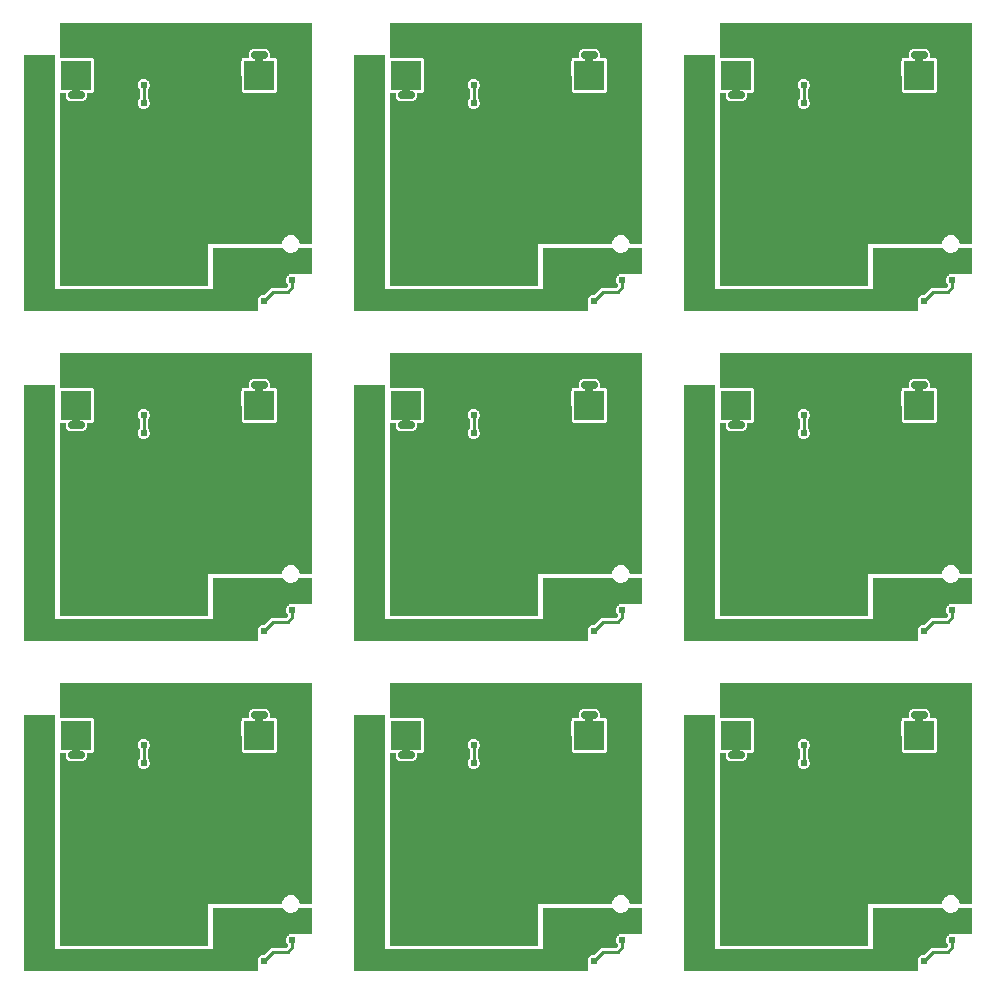
<source format=gbr>
G04 start of page 3 for group 1 idx 1 *
G04 Title: (unknown), bottom *
G04 Creator: pcb 4.0.2 *
G04 CreationDate: Sun May 15 03:11:05 2022 UTC *
G04 For: railfan *
G04 Format: Gerber/RS-274X *
G04 PCB-Dimensions (mil): 4000.00 4000.00 *
G04 PCB-Coordinate-Origin: lower left *
%MOIN*%
%FSLAX25Y25*%
%LNBOTTOM*%
%ADD27C,0.0390*%
%ADD26C,0.0120*%
%ADD25C,0.0310*%
%ADD24C,0.0240*%
%ADD23C,0.0250*%
%ADD22C,0.0100*%
%ADD21C,0.0001*%
G54D21*G36*
X120512Y358000D02*X138000D01*
Y284500D01*
X133950D01*
X133923Y284963D01*
X133814Y285414D01*
X133637Y285843D01*
X133394Y286239D01*
X133092Y286592D01*
X132739Y286894D01*
X132343Y287137D01*
X131914Y287314D01*
X131463Y287423D01*
X131000Y287459D01*
X130537Y287423D01*
X130086Y287314D01*
X129657Y287137D01*
X129261Y286894D01*
X128908Y286592D01*
X128606Y286239D01*
X128363Y285843D01*
X128186Y285414D01*
X128077Y284963D01*
X128041Y284500D01*
X120512D01*
Y334752D01*
X125590Y334757D01*
X125743Y334794D01*
X125889Y334854D01*
X126023Y334936D01*
X126143Y335039D01*
X126245Y335158D01*
X126327Y335292D01*
X126387Y335438D01*
X126424Y335591D01*
X126433Y335748D01*
X126424Y345748D01*
X126387Y345901D01*
X126327Y346046D01*
X126245Y346180D01*
X126143Y346300D01*
X126023Y346402D01*
X125889Y346485D01*
X125743Y346545D01*
X125590Y346582D01*
X125433Y346591D01*
X123842Y346589D01*
X123956Y346865D01*
X124031Y347178D01*
X124056Y347500D01*
X124031Y347822D01*
X123956Y348135D01*
X123832Y348434D01*
X123664Y348709D01*
X123454Y348954D01*
X123209Y349164D01*
X122934Y349332D01*
X122635Y349456D01*
X122322Y349531D01*
X122000Y349550D01*
X120580D01*
X120512Y349555D01*
Y358000D01*
G37*
G36*
X81997D02*X120512D01*
Y349555D01*
X120500Y349556D01*
X120420Y349550D01*
X119000D01*
X118678Y349531D01*
X118365Y349456D01*
X118066Y349332D01*
X117791Y349164D01*
X117546Y348954D01*
X117336Y348709D01*
X117168Y348434D01*
X117044Y348135D01*
X116969Y347822D01*
X116944Y347500D01*
X116969Y347178D01*
X117044Y346865D01*
X117161Y346583D01*
X115433Y346582D01*
X115280Y346545D01*
X115135Y346485D01*
X115001Y346402D01*
X114881Y346300D01*
X114779Y346180D01*
X114697Y346046D01*
X114636Y345901D01*
X114600Y345748D01*
X114590Y345591D01*
X114600Y335591D01*
X114636Y335438D01*
X114697Y335292D01*
X114779Y335158D01*
X114881Y335039D01*
X115001Y334936D01*
X115135Y334854D01*
X115280Y334794D01*
X115433Y334757D01*
X115590Y334748D01*
X120512Y334752D01*
Y284500D01*
X103500D01*
Y270500D01*
X81997D01*
Y329494D01*
X82000Y329494D01*
X82314Y329519D01*
X82620Y329592D01*
X82911Y329712D01*
X83179Y329877D01*
X83419Y330081D01*
X83623Y330321D01*
X83788Y330589D01*
X83908Y330880D01*
X83981Y331186D01*
X84000Y331500D01*
X83981Y331814D01*
X83908Y332120D01*
X83788Y332411D01*
X83623Y332679D01*
X83419Y332919D01*
X83300Y333020D01*
Y335980D01*
X83419Y336081D01*
X83623Y336321D01*
X83788Y336589D01*
X83908Y336880D01*
X83981Y337186D01*
X84000Y337500D01*
X83981Y337814D01*
X83908Y338120D01*
X83788Y338411D01*
X83623Y338679D01*
X83419Y338919D01*
X83179Y339123D01*
X82911Y339288D01*
X82620Y339408D01*
X82314Y339481D01*
X82000Y339506D01*
X81997Y339506D01*
Y358000D01*
G37*
G36*
X54000D02*X81997D01*
Y339506D01*
X81686Y339481D01*
X81380Y339408D01*
X81089Y339288D01*
X80821Y339123D01*
X80581Y338919D01*
X80377Y338679D01*
X80212Y338411D01*
X80092Y338120D01*
X80019Y337814D01*
X79994Y337500D01*
X80019Y337186D01*
X80092Y336880D01*
X80212Y336589D01*
X80377Y336321D01*
X80581Y336081D01*
X80700Y335980D01*
Y333020D01*
X80581Y332919D01*
X80377Y332679D01*
X80212Y332411D01*
X80092Y332120D01*
X80019Y331814D01*
X79994Y331500D01*
X80019Y331186D01*
X80092Y330880D01*
X80212Y330589D01*
X80377Y330321D01*
X80581Y330081D01*
X80821Y329877D01*
X81089Y329712D01*
X81380Y329592D01*
X81686Y329519D01*
X81997Y329494D01*
Y270500D01*
X54000D01*
Y334922D01*
X54111Y334854D01*
X54257Y334794D01*
X54410Y334757D01*
X54567Y334748D01*
X56091Y334749D01*
X56044Y334635D01*
X55969Y334322D01*
X55944Y334000D01*
X55969Y333678D01*
X56044Y333365D01*
X56168Y333066D01*
X56336Y332791D01*
X56546Y332546D01*
X56791Y332336D01*
X57066Y332168D01*
X57365Y332044D01*
X57678Y331969D01*
X58000Y331950D01*
X59420D01*
X59500Y331944D01*
X59580Y331950D01*
X61000D01*
X61322Y331969D01*
X61635Y332044D01*
X61934Y332168D01*
X62209Y332336D01*
X62454Y332546D01*
X62664Y332791D01*
X62832Y333066D01*
X62956Y333365D01*
X63031Y333678D01*
X63056Y334000D01*
X63031Y334322D01*
X62956Y334635D01*
X62906Y334756D01*
X64567Y334757D01*
X64720Y334794D01*
X64865Y334854D01*
X64999Y334936D01*
X65119Y335039D01*
X65221Y335158D01*
X65303Y335292D01*
X65364Y335438D01*
X65400Y335591D01*
X65410Y335748D01*
X65400Y345748D01*
X65364Y345901D01*
X65303Y346046D01*
X65221Y346180D01*
X65119Y346300D01*
X64999Y346402D01*
X64865Y346485D01*
X64720Y346545D01*
X64567Y346582D01*
X64410Y346591D01*
X54410Y346582D01*
X54257Y346545D01*
X54111Y346485D01*
X54000Y346416D01*
Y358000D01*
G37*
G36*
X42000Y262000D02*Y347500D01*
X52500D01*
Y262000D01*
X42000D01*
G37*
G36*
Y269500D02*X124169D01*
X124078Y269422D01*
X124045Y269383D01*
X122155Y267494D01*
X122000Y267506D01*
X121686Y267481D01*
X121380Y267408D01*
X121089Y267288D01*
X120821Y267123D01*
X120581Y266919D01*
X120377Y266679D01*
X120212Y266411D01*
X120092Y266120D01*
X120019Y265814D01*
X119994Y265500D01*
X120000Y265422D01*
Y262000D01*
X42000D01*
Y269500D01*
G37*
G36*
X138000Y283000D02*Y274500D01*
X131578D01*
X131500Y274506D01*
X131422Y274500D01*
X105000D01*
Y283000D01*
X128459D01*
X128606Y282761D01*
X128908Y282408D01*
X129261Y282106D01*
X129657Y281863D01*
X130086Y281686D01*
X130537Y281577D01*
X131000Y281541D01*
X131463Y281577D01*
X131914Y281686D01*
X132343Y281863D01*
X132739Y282106D01*
X133092Y282408D01*
X133394Y282761D01*
X133541Y283000D01*
X138000D01*
G37*
G36*
X131500Y275500D02*Y274506D01*
X131186Y274481D01*
X130880Y274408D01*
X130589Y274288D01*
X130321Y274123D01*
X130081Y273919D01*
X129877Y273679D01*
X129712Y273411D01*
X129592Y273120D01*
X129519Y272814D01*
X129494Y272500D01*
X129519Y272186D01*
X129592Y271880D01*
X129712Y271589D01*
X129877Y271321D01*
X130081Y271081D01*
X130200Y270980D01*
Y270538D01*
X129462Y269800D01*
X125051D01*
X125000Y269804D01*
X124796Y269788D01*
X124597Y269740D01*
X124408Y269662D01*
X124234Y269555D01*
X124233Y269555D01*
X124078Y269422D01*
X124045Y269383D01*
X122162Y267500D01*
X122078D01*
X122000Y267506D01*
X121922Y267500D01*
X105000D01*
Y275500D01*
X131500D01*
G37*
G36*
X120512Y248000D02*X138000D01*
Y174500D01*
X133950D01*
X133923Y174963D01*
X133814Y175414D01*
X133637Y175843D01*
X133394Y176239D01*
X133092Y176592D01*
X132739Y176894D01*
X132343Y177137D01*
X131914Y177314D01*
X131463Y177423D01*
X131000Y177459D01*
X130537Y177423D01*
X130086Y177314D01*
X129657Y177137D01*
X129261Y176894D01*
X128908Y176592D01*
X128606Y176239D01*
X128363Y175843D01*
X128186Y175414D01*
X128077Y174963D01*
X128041Y174500D01*
X120512D01*
Y224752D01*
X125590Y224757D01*
X125743Y224794D01*
X125889Y224854D01*
X126023Y224936D01*
X126143Y225039D01*
X126245Y225158D01*
X126327Y225292D01*
X126387Y225438D01*
X126424Y225591D01*
X126433Y225748D01*
X126424Y235748D01*
X126387Y235901D01*
X126327Y236046D01*
X126245Y236180D01*
X126143Y236300D01*
X126023Y236402D01*
X125889Y236485D01*
X125743Y236545D01*
X125590Y236582D01*
X125433Y236591D01*
X123842Y236589D01*
X123956Y236865D01*
X124031Y237178D01*
X124056Y237500D01*
X124031Y237822D01*
X123956Y238135D01*
X123832Y238434D01*
X123664Y238709D01*
X123454Y238954D01*
X123209Y239164D01*
X122934Y239332D01*
X122635Y239456D01*
X122322Y239531D01*
X122000Y239550D01*
X120580D01*
X120512Y239555D01*
Y248000D01*
G37*
G36*
X81997D02*X120512D01*
Y239555D01*
X120500Y239556D01*
X120420Y239550D01*
X119000D01*
X118678Y239531D01*
X118365Y239456D01*
X118066Y239332D01*
X117791Y239164D01*
X117546Y238954D01*
X117336Y238709D01*
X117168Y238434D01*
X117044Y238135D01*
X116969Y237822D01*
X116944Y237500D01*
X116969Y237178D01*
X117044Y236865D01*
X117161Y236583D01*
X115433Y236582D01*
X115280Y236545D01*
X115135Y236485D01*
X115001Y236402D01*
X114881Y236300D01*
X114779Y236180D01*
X114697Y236046D01*
X114636Y235901D01*
X114600Y235748D01*
X114590Y235591D01*
X114600Y225591D01*
X114636Y225438D01*
X114697Y225292D01*
X114779Y225158D01*
X114881Y225039D01*
X115001Y224936D01*
X115135Y224854D01*
X115280Y224794D01*
X115433Y224757D01*
X115590Y224748D01*
X120512Y224752D01*
Y174500D01*
X103500D01*
Y160500D01*
X81997D01*
Y219494D01*
X82000Y219494D01*
X82314Y219519D01*
X82620Y219592D01*
X82911Y219712D01*
X83179Y219877D01*
X83419Y220081D01*
X83623Y220321D01*
X83788Y220589D01*
X83908Y220880D01*
X83981Y221186D01*
X84000Y221500D01*
X83981Y221814D01*
X83908Y222120D01*
X83788Y222411D01*
X83623Y222679D01*
X83419Y222919D01*
X83300Y223020D01*
Y225980D01*
X83419Y226081D01*
X83623Y226321D01*
X83788Y226589D01*
X83908Y226880D01*
X83981Y227186D01*
X84000Y227500D01*
X83981Y227814D01*
X83908Y228120D01*
X83788Y228411D01*
X83623Y228679D01*
X83419Y228919D01*
X83179Y229123D01*
X82911Y229288D01*
X82620Y229408D01*
X82314Y229481D01*
X82000Y229506D01*
X81997Y229506D01*
Y248000D01*
G37*
G36*
X54000D02*X81997D01*
Y229506D01*
X81686Y229481D01*
X81380Y229408D01*
X81089Y229288D01*
X80821Y229123D01*
X80581Y228919D01*
X80377Y228679D01*
X80212Y228411D01*
X80092Y228120D01*
X80019Y227814D01*
X79994Y227500D01*
X80019Y227186D01*
X80092Y226880D01*
X80212Y226589D01*
X80377Y226321D01*
X80581Y226081D01*
X80700Y225980D01*
Y223020D01*
X80581Y222919D01*
X80377Y222679D01*
X80212Y222411D01*
X80092Y222120D01*
X80019Y221814D01*
X79994Y221500D01*
X80019Y221186D01*
X80092Y220880D01*
X80212Y220589D01*
X80377Y220321D01*
X80581Y220081D01*
X80821Y219877D01*
X81089Y219712D01*
X81380Y219592D01*
X81686Y219519D01*
X81997Y219494D01*
Y160500D01*
X54000D01*
Y224922D01*
X54111Y224854D01*
X54257Y224794D01*
X54410Y224757D01*
X54567Y224748D01*
X56091Y224749D01*
X56044Y224635D01*
X55969Y224322D01*
X55944Y224000D01*
X55969Y223678D01*
X56044Y223365D01*
X56168Y223066D01*
X56336Y222791D01*
X56546Y222546D01*
X56791Y222336D01*
X57066Y222168D01*
X57365Y222044D01*
X57678Y221969D01*
X58000Y221950D01*
X59420D01*
X59500Y221944D01*
X59580Y221950D01*
X61000D01*
X61322Y221969D01*
X61635Y222044D01*
X61934Y222168D01*
X62209Y222336D01*
X62454Y222546D01*
X62664Y222791D01*
X62832Y223066D01*
X62956Y223365D01*
X63031Y223678D01*
X63056Y224000D01*
X63031Y224322D01*
X62956Y224635D01*
X62906Y224756D01*
X64567Y224757D01*
X64720Y224794D01*
X64865Y224854D01*
X64999Y224936D01*
X65119Y225039D01*
X65221Y225158D01*
X65303Y225292D01*
X65364Y225438D01*
X65400Y225591D01*
X65410Y225748D01*
X65400Y235748D01*
X65364Y235901D01*
X65303Y236046D01*
X65221Y236180D01*
X65119Y236300D01*
X64999Y236402D01*
X64865Y236485D01*
X64720Y236545D01*
X64567Y236582D01*
X64410Y236591D01*
X54410Y236582D01*
X54257Y236545D01*
X54111Y236485D01*
X54000Y236416D01*
Y248000D01*
G37*
G36*
X42000Y152000D02*Y237500D01*
X52500D01*
Y152000D01*
X42000D01*
G37*
G36*
X131500Y165500D02*Y164506D01*
X131186Y164481D01*
X130880Y164408D01*
X130589Y164288D01*
X130321Y164123D01*
X130081Y163919D01*
X129877Y163679D01*
X129712Y163411D01*
X129592Y163120D01*
X129519Y162814D01*
X129494Y162500D01*
X129519Y162186D01*
X129592Y161880D01*
X129712Y161589D01*
X129877Y161321D01*
X130081Y161081D01*
X130200Y160980D01*
Y160538D01*
X129462Y159800D01*
X125051D01*
X125000Y159804D01*
X124796Y159788D01*
X124597Y159740D01*
X124408Y159662D01*
X124234Y159555D01*
X124233Y159555D01*
X124078Y159422D01*
X124045Y159383D01*
X122162Y157500D01*
X122078D01*
X122000Y157506D01*
X121922Y157500D01*
X105000D01*
Y165500D01*
X131500D01*
G37*
G36*
X42000Y159500D02*X124169D01*
X124078Y159422D01*
X124045Y159383D01*
X122155Y157494D01*
X122000Y157506D01*
X121686Y157481D01*
X121380Y157408D01*
X121089Y157288D01*
X120821Y157123D01*
X120581Y156919D01*
X120377Y156679D01*
X120212Y156411D01*
X120092Y156120D01*
X120019Y155814D01*
X119994Y155500D01*
X120000Y155422D01*
Y152000D01*
X42000D01*
Y159500D01*
G37*
G36*
X138000Y173000D02*Y164500D01*
X131578D01*
X131500Y164506D01*
X131422Y164500D01*
X105000D01*
Y173000D01*
X128459D01*
X128606Y172761D01*
X128908Y172408D01*
X129261Y172106D01*
X129657Y171863D01*
X130086Y171686D01*
X130537Y171577D01*
X131000Y171541D01*
X131463Y171577D01*
X131914Y171686D01*
X132343Y171863D01*
X132739Y172106D01*
X133092Y172408D01*
X133394Y172761D01*
X133541Y173000D01*
X138000D01*
G37*
G36*
X120512Y138000D02*X138000D01*
Y64500D01*
X133950D01*
X133923Y64963D01*
X133814Y65414D01*
X133637Y65843D01*
X133394Y66239D01*
X133092Y66592D01*
X132739Y66894D01*
X132343Y67137D01*
X131914Y67314D01*
X131463Y67423D01*
X131000Y67459D01*
X130537Y67423D01*
X130086Y67314D01*
X129657Y67137D01*
X129261Y66894D01*
X128908Y66592D01*
X128606Y66239D01*
X128363Y65843D01*
X128186Y65414D01*
X128077Y64963D01*
X128041Y64500D01*
X120512D01*
Y114752D01*
X125590Y114757D01*
X125743Y114794D01*
X125889Y114854D01*
X126023Y114936D01*
X126143Y115039D01*
X126245Y115158D01*
X126327Y115292D01*
X126387Y115438D01*
X126424Y115591D01*
X126433Y115748D01*
X126424Y125748D01*
X126387Y125901D01*
X126327Y126046D01*
X126245Y126180D01*
X126143Y126300D01*
X126023Y126402D01*
X125889Y126485D01*
X125743Y126545D01*
X125590Y126582D01*
X125433Y126591D01*
X123842Y126589D01*
X123956Y126865D01*
X124031Y127178D01*
X124056Y127500D01*
X124031Y127822D01*
X123956Y128135D01*
X123832Y128434D01*
X123664Y128709D01*
X123454Y128954D01*
X123209Y129164D01*
X122934Y129332D01*
X122635Y129456D01*
X122322Y129531D01*
X122000Y129550D01*
X120580D01*
X120512Y129555D01*
Y138000D01*
G37*
G36*
X81997D02*X120512D01*
Y129555D01*
X120500Y129556D01*
X120420Y129550D01*
X119000D01*
X118678Y129531D01*
X118365Y129456D01*
X118066Y129332D01*
X117791Y129164D01*
X117546Y128954D01*
X117336Y128709D01*
X117168Y128434D01*
X117044Y128135D01*
X116969Y127822D01*
X116944Y127500D01*
X116969Y127178D01*
X117044Y126865D01*
X117161Y126583D01*
X115433Y126582D01*
X115280Y126545D01*
X115135Y126485D01*
X115001Y126402D01*
X114881Y126300D01*
X114779Y126180D01*
X114697Y126046D01*
X114636Y125901D01*
X114600Y125748D01*
X114590Y125591D01*
X114600Y115591D01*
X114636Y115438D01*
X114697Y115292D01*
X114779Y115158D01*
X114881Y115039D01*
X115001Y114936D01*
X115135Y114854D01*
X115280Y114794D01*
X115433Y114757D01*
X115590Y114748D01*
X120512Y114752D01*
Y64500D01*
X103500D01*
Y50500D01*
X81997D01*
Y109494D01*
X82000Y109494D01*
X82314Y109519D01*
X82620Y109592D01*
X82911Y109712D01*
X83179Y109877D01*
X83419Y110081D01*
X83623Y110321D01*
X83788Y110589D01*
X83908Y110880D01*
X83981Y111186D01*
X84000Y111500D01*
X83981Y111814D01*
X83908Y112120D01*
X83788Y112411D01*
X83623Y112679D01*
X83419Y112919D01*
X83300Y113020D01*
Y115980D01*
X83419Y116081D01*
X83623Y116321D01*
X83788Y116589D01*
X83908Y116880D01*
X83981Y117186D01*
X84000Y117500D01*
X83981Y117814D01*
X83908Y118120D01*
X83788Y118411D01*
X83623Y118679D01*
X83419Y118919D01*
X83179Y119123D01*
X82911Y119288D01*
X82620Y119408D01*
X82314Y119481D01*
X82000Y119506D01*
X81997Y119506D01*
Y138000D01*
G37*
G36*
X54000D02*X81997D01*
Y119506D01*
X81686Y119481D01*
X81380Y119408D01*
X81089Y119288D01*
X80821Y119123D01*
X80581Y118919D01*
X80377Y118679D01*
X80212Y118411D01*
X80092Y118120D01*
X80019Y117814D01*
X79994Y117500D01*
X80019Y117186D01*
X80092Y116880D01*
X80212Y116589D01*
X80377Y116321D01*
X80581Y116081D01*
X80700Y115980D01*
Y113020D01*
X80581Y112919D01*
X80377Y112679D01*
X80212Y112411D01*
X80092Y112120D01*
X80019Y111814D01*
X79994Y111500D01*
X80019Y111186D01*
X80092Y110880D01*
X80212Y110589D01*
X80377Y110321D01*
X80581Y110081D01*
X80821Y109877D01*
X81089Y109712D01*
X81380Y109592D01*
X81686Y109519D01*
X81997Y109494D01*
Y50500D01*
X54000D01*
Y114922D01*
X54111Y114854D01*
X54257Y114794D01*
X54410Y114757D01*
X54567Y114748D01*
X56091Y114749D01*
X56044Y114635D01*
X55969Y114322D01*
X55944Y114000D01*
X55969Y113678D01*
X56044Y113365D01*
X56168Y113066D01*
X56336Y112791D01*
X56546Y112546D01*
X56791Y112336D01*
X57066Y112168D01*
X57365Y112044D01*
X57678Y111969D01*
X58000Y111950D01*
X59420D01*
X59500Y111944D01*
X59580Y111950D01*
X61000D01*
X61322Y111969D01*
X61635Y112044D01*
X61934Y112168D01*
X62209Y112336D01*
X62454Y112546D01*
X62664Y112791D01*
X62832Y113066D01*
X62956Y113365D01*
X63031Y113678D01*
X63056Y114000D01*
X63031Y114322D01*
X62956Y114635D01*
X62906Y114756D01*
X64567Y114757D01*
X64720Y114794D01*
X64865Y114854D01*
X64999Y114936D01*
X65119Y115039D01*
X65221Y115158D01*
X65303Y115292D01*
X65364Y115438D01*
X65400Y115591D01*
X65410Y115748D01*
X65400Y125748D01*
X65364Y125901D01*
X65303Y126046D01*
X65221Y126180D01*
X65119Y126300D01*
X64999Y126402D01*
X64865Y126485D01*
X64720Y126545D01*
X64567Y126582D01*
X64410Y126591D01*
X54410Y126582D01*
X54257Y126545D01*
X54111Y126485D01*
X54000Y126416D01*
Y138000D01*
G37*
G36*
X42000Y49500D02*X124169D01*
X124078Y49422D01*
X124045Y49383D01*
X122155Y47494D01*
X122000Y47506D01*
X121686Y47481D01*
X121380Y47408D01*
X121089Y47288D01*
X120821Y47123D01*
X120581Y46919D01*
X120377Y46679D01*
X120212Y46411D01*
X120092Y46120D01*
X120019Y45814D01*
X119994Y45500D01*
X120000Y45422D01*
Y42000D01*
X42000D01*
Y49500D01*
G37*
G36*
X138000Y63000D02*Y54500D01*
X131578D01*
X131500Y54506D01*
X131422Y54500D01*
X105000D01*
Y63000D01*
X128459D01*
X128606Y62761D01*
X128908Y62408D01*
X129261Y62106D01*
X129657Y61863D01*
X130086Y61686D01*
X130537Y61577D01*
X131000Y61541D01*
X131463Y61577D01*
X131914Y61686D01*
X132343Y61863D01*
X132739Y62106D01*
X133092Y62408D01*
X133394Y62761D01*
X133541Y63000D01*
X138000D01*
G37*
G36*
X131500Y55500D02*Y54506D01*
X131186Y54481D01*
X130880Y54408D01*
X130589Y54288D01*
X130321Y54123D01*
X130081Y53919D01*
X129877Y53679D01*
X129712Y53411D01*
X129592Y53120D01*
X129519Y52814D01*
X129494Y52500D01*
X129519Y52186D01*
X129592Y51880D01*
X129712Y51589D01*
X129877Y51321D01*
X130081Y51081D01*
X130200Y50980D01*
Y50538D01*
X129462Y49800D01*
X125051D01*
X125000Y49804D01*
X124796Y49788D01*
X124597Y49740D01*
X124408Y49662D01*
X124234Y49555D01*
X124233Y49555D01*
X124078Y49422D01*
X124045Y49383D01*
X122162Y47500D01*
X122078D01*
X122000Y47506D01*
X121922Y47500D01*
X105000D01*
Y55500D01*
X131500D01*
G37*
G36*
X42000Y42000D02*Y127500D01*
X52500D01*
Y42000D01*
X42000D01*
G37*
G36*
X230512Y358000D02*X248000D01*
Y284500D01*
X243950D01*
X243923Y284963D01*
X243814Y285414D01*
X243637Y285843D01*
X243394Y286239D01*
X243092Y286592D01*
X242739Y286894D01*
X242343Y287137D01*
X241914Y287314D01*
X241463Y287423D01*
X241000Y287459D01*
X240537Y287423D01*
X240086Y287314D01*
X239657Y287137D01*
X239261Y286894D01*
X238908Y286592D01*
X238606Y286239D01*
X238363Y285843D01*
X238186Y285414D01*
X238077Y284963D01*
X238041Y284500D01*
X230512D01*
Y334752D01*
X235590Y334757D01*
X235743Y334794D01*
X235889Y334854D01*
X236023Y334936D01*
X236143Y335039D01*
X236245Y335158D01*
X236327Y335292D01*
X236387Y335438D01*
X236424Y335591D01*
X236433Y335748D01*
X236424Y345748D01*
X236387Y345901D01*
X236327Y346046D01*
X236245Y346180D01*
X236143Y346300D01*
X236023Y346402D01*
X235889Y346485D01*
X235743Y346545D01*
X235590Y346582D01*
X235433Y346591D01*
X233842Y346589D01*
X233956Y346865D01*
X234031Y347178D01*
X234056Y347500D01*
X234031Y347822D01*
X233956Y348135D01*
X233832Y348434D01*
X233664Y348709D01*
X233454Y348954D01*
X233209Y349164D01*
X232934Y349332D01*
X232635Y349456D01*
X232322Y349531D01*
X232000Y349550D01*
X230580D01*
X230512Y349555D01*
Y358000D01*
G37*
G36*
X191997D02*X230512D01*
Y349555D01*
X230500Y349556D01*
X230420Y349550D01*
X229000D01*
X228678Y349531D01*
X228365Y349456D01*
X228066Y349332D01*
X227791Y349164D01*
X227546Y348954D01*
X227336Y348709D01*
X227168Y348434D01*
X227044Y348135D01*
X226969Y347822D01*
X226944Y347500D01*
X226969Y347178D01*
X227044Y346865D01*
X227161Y346583D01*
X225433Y346582D01*
X225280Y346545D01*
X225135Y346485D01*
X225001Y346402D01*
X224881Y346300D01*
X224779Y346180D01*
X224697Y346046D01*
X224636Y345901D01*
X224600Y345748D01*
X224590Y345591D01*
X224600Y335591D01*
X224636Y335438D01*
X224697Y335292D01*
X224779Y335158D01*
X224881Y335039D01*
X225001Y334936D01*
X225135Y334854D01*
X225280Y334794D01*
X225433Y334757D01*
X225590Y334748D01*
X230512Y334752D01*
Y284500D01*
X213500D01*
Y270500D01*
X191997D01*
Y329494D01*
X192000Y329494D01*
X192314Y329519D01*
X192620Y329592D01*
X192911Y329712D01*
X193179Y329877D01*
X193419Y330081D01*
X193623Y330321D01*
X193788Y330589D01*
X193908Y330880D01*
X193981Y331186D01*
X194000Y331500D01*
X193981Y331814D01*
X193908Y332120D01*
X193788Y332411D01*
X193623Y332679D01*
X193419Y332919D01*
X193300Y333020D01*
Y335980D01*
X193419Y336081D01*
X193623Y336321D01*
X193788Y336589D01*
X193908Y336880D01*
X193981Y337186D01*
X194000Y337500D01*
X193981Y337814D01*
X193908Y338120D01*
X193788Y338411D01*
X193623Y338679D01*
X193419Y338919D01*
X193179Y339123D01*
X192911Y339288D01*
X192620Y339408D01*
X192314Y339481D01*
X192000Y339506D01*
X191997Y339506D01*
Y358000D01*
G37*
G36*
X164000D02*X191997D01*
Y339506D01*
X191686Y339481D01*
X191380Y339408D01*
X191089Y339288D01*
X190821Y339123D01*
X190581Y338919D01*
X190377Y338679D01*
X190212Y338411D01*
X190092Y338120D01*
X190019Y337814D01*
X189994Y337500D01*
X190019Y337186D01*
X190092Y336880D01*
X190212Y336589D01*
X190377Y336321D01*
X190581Y336081D01*
X190700Y335980D01*
Y333020D01*
X190581Y332919D01*
X190377Y332679D01*
X190212Y332411D01*
X190092Y332120D01*
X190019Y331814D01*
X189994Y331500D01*
X190019Y331186D01*
X190092Y330880D01*
X190212Y330589D01*
X190377Y330321D01*
X190581Y330081D01*
X190821Y329877D01*
X191089Y329712D01*
X191380Y329592D01*
X191686Y329519D01*
X191997Y329494D01*
Y270500D01*
X164000D01*
Y334922D01*
X164111Y334854D01*
X164257Y334794D01*
X164410Y334757D01*
X164567Y334748D01*
X166091Y334749D01*
X166044Y334635D01*
X165969Y334322D01*
X165944Y334000D01*
X165969Y333678D01*
X166044Y333365D01*
X166168Y333066D01*
X166336Y332791D01*
X166546Y332546D01*
X166791Y332336D01*
X167066Y332168D01*
X167365Y332044D01*
X167678Y331969D01*
X168000Y331950D01*
X169420D01*
X169500Y331944D01*
X169580Y331950D01*
X171000D01*
X171322Y331969D01*
X171635Y332044D01*
X171934Y332168D01*
X172209Y332336D01*
X172454Y332546D01*
X172664Y332791D01*
X172832Y333066D01*
X172956Y333365D01*
X173031Y333678D01*
X173056Y334000D01*
X173031Y334322D01*
X172956Y334635D01*
X172906Y334756D01*
X174567Y334757D01*
X174720Y334794D01*
X174865Y334854D01*
X174999Y334936D01*
X175119Y335039D01*
X175221Y335158D01*
X175303Y335292D01*
X175364Y335438D01*
X175400Y335591D01*
X175410Y335748D01*
X175400Y345748D01*
X175364Y345901D01*
X175303Y346046D01*
X175221Y346180D01*
X175119Y346300D01*
X174999Y346402D01*
X174865Y346485D01*
X174720Y346545D01*
X174567Y346582D01*
X174410Y346591D01*
X164410Y346582D01*
X164257Y346545D01*
X164111Y346485D01*
X164000Y346416D01*
Y358000D01*
G37*
G36*
X152000Y262000D02*Y347500D01*
X162500D01*
Y262000D01*
X152000D01*
G37*
G36*
X241500Y275500D02*Y274506D01*
X241186Y274481D01*
X240880Y274408D01*
X240589Y274288D01*
X240321Y274123D01*
X240081Y273919D01*
X239877Y273679D01*
X239712Y273411D01*
X239592Y273120D01*
X239519Y272814D01*
X239494Y272500D01*
X239519Y272186D01*
X239592Y271880D01*
X239712Y271589D01*
X239877Y271321D01*
X240081Y271081D01*
X240200Y270980D01*
Y270538D01*
X239462Y269800D01*
X235051D01*
X235000Y269804D01*
X234796Y269788D01*
X234597Y269740D01*
X234408Y269662D01*
X234234Y269555D01*
X234233Y269555D01*
X234078Y269422D01*
X234045Y269383D01*
X232162Y267500D01*
X232078D01*
X232000Y267506D01*
X231922Y267500D01*
X215000D01*
Y275500D01*
X241500D01*
G37*
G36*
X248000Y283000D02*Y274500D01*
X241578D01*
X241500Y274506D01*
X241422Y274500D01*
X215000D01*
Y283000D01*
X238459D01*
X238606Y282761D01*
X238908Y282408D01*
X239261Y282106D01*
X239657Y281863D01*
X240086Y281686D01*
X240537Y281577D01*
X241000Y281541D01*
X241463Y281577D01*
X241914Y281686D01*
X242343Y281863D01*
X242739Y282106D01*
X243092Y282408D01*
X243394Y282761D01*
X243541Y283000D01*
X248000D01*
G37*
G36*
X152000Y269500D02*X234169D01*
X234078Y269422D01*
X234045Y269383D01*
X232155Y267494D01*
X232000Y267506D01*
X231686Y267481D01*
X231380Y267408D01*
X231089Y267288D01*
X230821Y267123D01*
X230581Y266919D01*
X230377Y266679D01*
X230212Y266411D01*
X230092Y266120D01*
X230019Y265814D01*
X229994Y265500D01*
X230000Y265422D01*
Y262000D01*
X152000D01*
Y269500D01*
G37*
G36*
X262000D02*X344169D01*
X344078Y269422D01*
X344045Y269383D01*
X342155Y267494D01*
X342000Y267506D01*
X341686Y267481D01*
X341380Y267408D01*
X341089Y267288D01*
X340821Y267123D01*
X340581Y266919D01*
X340377Y266679D01*
X340212Y266411D01*
X340092Y266120D01*
X340019Y265814D01*
X339994Y265500D01*
X340000Y265422D01*
Y262000D01*
X262000D01*
Y269500D01*
G37*
G36*
X340512Y358000D02*X358000D01*
Y284500D01*
X353950D01*
X353923Y284963D01*
X353814Y285414D01*
X353637Y285843D01*
X353394Y286239D01*
X353092Y286592D01*
X352739Y286894D01*
X352343Y287137D01*
X351914Y287314D01*
X351463Y287423D01*
X351000Y287459D01*
X350537Y287423D01*
X350086Y287314D01*
X349657Y287137D01*
X349261Y286894D01*
X348908Y286592D01*
X348606Y286239D01*
X348363Y285843D01*
X348186Y285414D01*
X348077Y284963D01*
X348041Y284500D01*
X340512D01*
Y334752D01*
X345590Y334757D01*
X345743Y334794D01*
X345889Y334854D01*
X346023Y334936D01*
X346143Y335039D01*
X346245Y335158D01*
X346327Y335292D01*
X346387Y335438D01*
X346424Y335591D01*
X346433Y335748D01*
X346424Y345748D01*
X346387Y345901D01*
X346327Y346046D01*
X346245Y346180D01*
X346143Y346300D01*
X346023Y346402D01*
X345889Y346485D01*
X345743Y346545D01*
X345590Y346582D01*
X345433Y346591D01*
X343842Y346589D01*
X343956Y346865D01*
X344031Y347178D01*
X344056Y347500D01*
X344031Y347822D01*
X343956Y348135D01*
X343832Y348434D01*
X343664Y348709D01*
X343454Y348954D01*
X343209Y349164D01*
X342934Y349332D01*
X342635Y349456D01*
X342322Y349531D01*
X342000Y349550D01*
X340580D01*
X340512Y349555D01*
Y358000D01*
G37*
G36*
X301997D02*X340512D01*
Y349555D01*
X340500Y349556D01*
X340420Y349550D01*
X339000D01*
X338678Y349531D01*
X338365Y349456D01*
X338066Y349332D01*
X337791Y349164D01*
X337546Y348954D01*
X337336Y348709D01*
X337168Y348434D01*
X337044Y348135D01*
X336969Y347822D01*
X336944Y347500D01*
X336969Y347178D01*
X337044Y346865D01*
X337161Y346583D01*
X335433Y346582D01*
X335280Y346545D01*
X335135Y346485D01*
X335001Y346402D01*
X334881Y346300D01*
X334779Y346180D01*
X334697Y346046D01*
X334636Y345901D01*
X334600Y345748D01*
X334590Y345591D01*
X334600Y335591D01*
X334636Y335438D01*
X334697Y335292D01*
X334779Y335158D01*
X334881Y335039D01*
X335001Y334936D01*
X335135Y334854D01*
X335280Y334794D01*
X335433Y334757D01*
X335590Y334748D01*
X340512Y334752D01*
Y284500D01*
X323500D01*
Y270500D01*
X301997D01*
Y329494D01*
X302000Y329494D01*
X302314Y329519D01*
X302620Y329592D01*
X302911Y329712D01*
X303179Y329877D01*
X303419Y330081D01*
X303623Y330321D01*
X303788Y330589D01*
X303908Y330880D01*
X303981Y331186D01*
X304000Y331500D01*
X303981Y331814D01*
X303908Y332120D01*
X303788Y332411D01*
X303623Y332679D01*
X303419Y332919D01*
X303300Y333020D01*
Y335980D01*
X303419Y336081D01*
X303623Y336321D01*
X303788Y336589D01*
X303908Y336880D01*
X303981Y337186D01*
X304000Y337500D01*
X303981Y337814D01*
X303908Y338120D01*
X303788Y338411D01*
X303623Y338679D01*
X303419Y338919D01*
X303179Y339123D01*
X302911Y339288D01*
X302620Y339408D01*
X302314Y339481D01*
X302000Y339506D01*
X301997Y339506D01*
Y358000D01*
G37*
G36*
X274000D02*X301997D01*
Y339506D01*
X301686Y339481D01*
X301380Y339408D01*
X301089Y339288D01*
X300821Y339123D01*
X300581Y338919D01*
X300377Y338679D01*
X300212Y338411D01*
X300092Y338120D01*
X300019Y337814D01*
X299994Y337500D01*
X300019Y337186D01*
X300092Y336880D01*
X300212Y336589D01*
X300377Y336321D01*
X300581Y336081D01*
X300700Y335980D01*
Y333020D01*
X300581Y332919D01*
X300377Y332679D01*
X300212Y332411D01*
X300092Y332120D01*
X300019Y331814D01*
X299994Y331500D01*
X300019Y331186D01*
X300092Y330880D01*
X300212Y330589D01*
X300377Y330321D01*
X300581Y330081D01*
X300821Y329877D01*
X301089Y329712D01*
X301380Y329592D01*
X301686Y329519D01*
X301997Y329494D01*
Y270500D01*
X274000D01*
Y334922D01*
X274111Y334854D01*
X274257Y334794D01*
X274410Y334757D01*
X274567Y334748D01*
X276091Y334749D01*
X276044Y334635D01*
X275969Y334322D01*
X275944Y334000D01*
X275969Y333678D01*
X276044Y333365D01*
X276168Y333066D01*
X276336Y332791D01*
X276546Y332546D01*
X276791Y332336D01*
X277066Y332168D01*
X277365Y332044D01*
X277678Y331969D01*
X278000Y331950D01*
X279420D01*
X279500Y331944D01*
X279580Y331950D01*
X281000D01*
X281322Y331969D01*
X281635Y332044D01*
X281934Y332168D01*
X282209Y332336D01*
X282454Y332546D01*
X282664Y332791D01*
X282832Y333066D01*
X282956Y333365D01*
X283031Y333678D01*
X283056Y334000D01*
X283031Y334322D01*
X282956Y334635D01*
X282906Y334756D01*
X284567Y334757D01*
X284720Y334794D01*
X284865Y334854D01*
X284999Y334936D01*
X285119Y335039D01*
X285221Y335158D01*
X285303Y335292D01*
X285364Y335438D01*
X285400Y335591D01*
X285410Y335748D01*
X285400Y345748D01*
X285364Y345901D01*
X285303Y346046D01*
X285221Y346180D01*
X285119Y346300D01*
X284999Y346402D01*
X284865Y346485D01*
X284720Y346545D01*
X284567Y346582D01*
X284410Y346591D01*
X274410Y346582D01*
X274257Y346545D01*
X274111Y346485D01*
X274000Y346416D01*
Y358000D01*
G37*
G36*
X358000Y283000D02*Y274500D01*
X351578D01*
X351500Y274506D01*
X351422Y274500D01*
X325000D01*
Y283000D01*
X348459D01*
X348606Y282761D01*
X348908Y282408D01*
X349261Y282106D01*
X349657Y281863D01*
X350086Y281686D01*
X350537Y281577D01*
X351000Y281541D01*
X351463Y281577D01*
X351914Y281686D01*
X352343Y281863D01*
X352739Y282106D01*
X353092Y282408D01*
X353394Y282761D01*
X353541Y283000D01*
X358000D01*
G37*
G36*
X351500Y275500D02*Y274506D01*
X351186Y274481D01*
X350880Y274408D01*
X350589Y274288D01*
X350321Y274123D01*
X350081Y273919D01*
X349877Y273679D01*
X349712Y273411D01*
X349592Y273120D01*
X349519Y272814D01*
X349494Y272500D01*
X349519Y272186D01*
X349592Y271880D01*
X349712Y271589D01*
X349877Y271321D01*
X350081Y271081D01*
X350200Y270980D01*
Y270538D01*
X349462Y269800D01*
X345051D01*
X345000Y269804D01*
X344796Y269788D01*
X344597Y269740D01*
X344408Y269662D01*
X344234Y269555D01*
X344233Y269555D01*
X344078Y269422D01*
X344045Y269383D01*
X342162Y267500D01*
X342078D01*
X342000Y267506D01*
X341922Y267500D01*
X325000D01*
Y275500D01*
X351500D01*
G37*
G36*
X340512Y248000D02*X358000D01*
Y174500D01*
X353950D01*
X353923Y174963D01*
X353814Y175414D01*
X353637Y175843D01*
X353394Y176239D01*
X353092Y176592D01*
X352739Y176894D01*
X352343Y177137D01*
X351914Y177314D01*
X351463Y177423D01*
X351000Y177459D01*
X350537Y177423D01*
X350086Y177314D01*
X349657Y177137D01*
X349261Y176894D01*
X348908Y176592D01*
X348606Y176239D01*
X348363Y175843D01*
X348186Y175414D01*
X348077Y174963D01*
X348041Y174500D01*
X340512D01*
Y224752D01*
X345590Y224757D01*
X345743Y224794D01*
X345889Y224854D01*
X346023Y224936D01*
X346143Y225039D01*
X346245Y225158D01*
X346327Y225292D01*
X346387Y225438D01*
X346424Y225591D01*
X346433Y225748D01*
X346424Y235748D01*
X346387Y235901D01*
X346327Y236046D01*
X346245Y236180D01*
X346143Y236300D01*
X346023Y236402D01*
X345889Y236485D01*
X345743Y236545D01*
X345590Y236582D01*
X345433Y236591D01*
X343842Y236589D01*
X343956Y236865D01*
X344031Y237178D01*
X344056Y237500D01*
X344031Y237822D01*
X343956Y238135D01*
X343832Y238434D01*
X343664Y238709D01*
X343454Y238954D01*
X343209Y239164D01*
X342934Y239332D01*
X342635Y239456D01*
X342322Y239531D01*
X342000Y239550D01*
X340580D01*
X340512Y239555D01*
Y248000D01*
G37*
G36*
X301997D02*X340512D01*
Y239555D01*
X340500Y239556D01*
X340420Y239550D01*
X339000D01*
X338678Y239531D01*
X338365Y239456D01*
X338066Y239332D01*
X337791Y239164D01*
X337546Y238954D01*
X337336Y238709D01*
X337168Y238434D01*
X337044Y238135D01*
X336969Y237822D01*
X336944Y237500D01*
X336969Y237178D01*
X337044Y236865D01*
X337161Y236583D01*
X335433Y236582D01*
X335280Y236545D01*
X335135Y236485D01*
X335001Y236402D01*
X334881Y236300D01*
X334779Y236180D01*
X334697Y236046D01*
X334636Y235901D01*
X334600Y235748D01*
X334590Y235591D01*
X334600Y225591D01*
X334636Y225438D01*
X334697Y225292D01*
X334779Y225158D01*
X334881Y225039D01*
X335001Y224936D01*
X335135Y224854D01*
X335280Y224794D01*
X335433Y224757D01*
X335590Y224748D01*
X340512Y224752D01*
Y174500D01*
X323500D01*
Y160500D01*
X301997D01*
Y219494D01*
X302000Y219494D01*
X302314Y219519D01*
X302620Y219592D01*
X302911Y219712D01*
X303179Y219877D01*
X303419Y220081D01*
X303623Y220321D01*
X303788Y220589D01*
X303908Y220880D01*
X303981Y221186D01*
X304000Y221500D01*
X303981Y221814D01*
X303908Y222120D01*
X303788Y222411D01*
X303623Y222679D01*
X303419Y222919D01*
X303300Y223020D01*
Y225980D01*
X303419Y226081D01*
X303623Y226321D01*
X303788Y226589D01*
X303908Y226880D01*
X303981Y227186D01*
X304000Y227500D01*
X303981Y227814D01*
X303908Y228120D01*
X303788Y228411D01*
X303623Y228679D01*
X303419Y228919D01*
X303179Y229123D01*
X302911Y229288D01*
X302620Y229408D01*
X302314Y229481D01*
X302000Y229506D01*
X301997Y229506D01*
Y248000D01*
G37*
G36*
X274000D02*X301997D01*
Y229506D01*
X301686Y229481D01*
X301380Y229408D01*
X301089Y229288D01*
X300821Y229123D01*
X300581Y228919D01*
X300377Y228679D01*
X300212Y228411D01*
X300092Y228120D01*
X300019Y227814D01*
X299994Y227500D01*
X300019Y227186D01*
X300092Y226880D01*
X300212Y226589D01*
X300377Y226321D01*
X300581Y226081D01*
X300700Y225980D01*
Y223020D01*
X300581Y222919D01*
X300377Y222679D01*
X300212Y222411D01*
X300092Y222120D01*
X300019Y221814D01*
X299994Y221500D01*
X300019Y221186D01*
X300092Y220880D01*
X300212Y220589D01*
X300377Y220321D01*
X300581Y220081D01*
X300821Y219877D01*
X301089Y219712D01*
X301380Y219592D01*
X301686Y219519D01*
X301997Y219494D01*
Y160500D01*
X274000D01*
Y224922D01*
X274111Y224854D01*
X274257Y224794D01*
X274410Y224757D01*
X274567Y224748D01*
X276091Y224749D01*
X276044Y224635D01*
X275969Y224322D01*
X275944Y224000D01*
X275969Y223678D01*
X276044Y223365D01*
X276168Y223066D01*
X276336Y222791D01*
X276546Y222546D01*
X276791Y222336D01*
X277066Y222168D01*
X277365Y222044D01*
X277678Y221969D01*
X278000Y221950D01*
X279420D01*
X279500Y221944D01*
X279580Y221950D01*
X281000D01*
X281322Y221969D01*
X281635Y222044D01*
X281934Y222168D01*
X282209Y222336D01*
X282454Y222546D01*
X282664Y222791D01*
X282832Y223066D01*
X282956Y223365D01*
X283031Y223678D01*
X283056Y224000D01*
X283031Y224322D01*
X282956Y224635D01*
X282906Y224756D01*
X284567Y224757D01*
X284720Y224794D01*
X284865Y224854D01*
X284999Y224936D01*
X285119Y225039D01*
X285221Y225158D01*
X285303Y225292D01*
X285364Y225438D01*
X285400Y225591D01*
X285410Y225748D01*
X285400Y235748D01*
X285364Y235901D01*
X285303Y236046D01*
X285221Y236180D01*
X285119Y236300D01*
X284999Y236402D01*
X284865Y236485D01*
X284720Y236545D01*
X284567Y236582D01*
X284410Y236591D01*
X274410Y236582D01*
X274257Y236545D01*
X274111Y236485D01*
X274000Y236416D01*
Y248000D01*
G37*
G36*
X262000Y159500D02*X344169D01*
X344078Y159422D01*
X344045Y159383D01*
X342155Y157494D01*
X342000Y157506D01*
X341686Y157481D01*
X341380Y157408D01*
X341089Y157288D01*
X340821Y157123D01*
X340581Y156919D01*
X340377Y156679D01*
X340212Y156411D01*
X340092Y156120D01*
X340019Y155814D01*
X339994Y155500D01*
X340000Y155422D01*
Y152000D01*
X262000D01*
Y159500D01*
G37*
G36*
X358000Y173000D02*Y164500D01*
X351578D01*
X351500Y164506D01*
X351422Y164500D01*
X325000D01*
Y173000D01*
X348459D01*
X348606Y172761D01*
X348908Y172408D01*
X349261Y172106D01*
X349657Y171863D01*
X350086Y171686D01*
X350537Y171577D01*
X351000Y171541D01*
X351463Y171577D01*
X351914Y171686D01*
X352343Y171863D01*
X352739Y172106D01*
X353092Y172408D01*
X353394Y172761D01*
X353541Y173000D01*
X358000D01*
G37*
G36*
X351500Y165500D02*Y164506D01*
X351186Y164481D01*
X350880Y164408D01*
X350589Y164288D01*
X350321Y164123D01*
X350081Y163919D01*
X349877Y163679D01*
X349712Y163411D01*
X349592Y163120D01*
X349519Y162814D01*
X349494Y162500D01*
X349519Y162186D01*
X349592Y161880D01*
X349712Y161589D01*
X349877Y161321D01*
X350081Y161081D01*
X350200Y160980D01*
Y160538D01*
X349462Y159800D01*
X345051D01*
X345000Y159804D01*
X344796Y159788D01*
X344597Y159740D01*
X344408Y159662D01*
X344234Y159555D01*
X344233Y159555D01*
X344078Y159422D01*
X344045Y159383D01*
X342162Y157500D01*
X342078D01*
X342000Y157506D01*
X341922Y157500D01*
X325000D01*
Y165500D01*
X351500D01*
G37*
G36*
X262000Y262000D02*Y347500D01*
X272500D01*
Y262000D01*
X262000D01*
G37*
G36*
Y152000D02*Y237500D01*
X272500D01*
Y152000D01*
X262000D01*
G37*
G36*
Y42000D02*Y127500D01*
X272500D01*
Y42000D01*
X262000D01*
G37*
G36*
X230512Y248000D02*X248000D01*
Y174500D01*
X243950D01*
X243923Y174963D01*
X243814Y175414D01*
X243637Y175843D01*
X243394Y176239D01*
X243092Y176592D01*
X242739Y176894D01*
X242343Y177137D01*
X241914Y177314D01*
X241463Y177423D01*
X241000Y177459D01*
X240537Y177423D01*
X240086Y177314D01*
X239657Y177137D01*
X239261Y176894D01*
X238908Y176592D01*
X238606Y176239D01*
X238363Y175843D01*
X238186Y175414D01*
X238077Y174963D01*
X238041Y174500D01*
X230512D01*
Y224752D01*
X235590Y224757D01*
X235743Y224794D01*
X235889Y224854D01*
X236023Y224936D01*
X236143Y225039D01*
X236245Y225158D01*
X236327Y225292D01*
X236387Y225438D01*
X236424Y225591D01*
X236433Y225748D01*
X236424Y235748D01*
X236387Y235901D01*
X236327Y236046D01*
X236245Y236180D01*
X236143Y236300D01*
X236023Y236402D01*
X235889Y236485D01*
X235743Y236545D01*
X235590Y236582D01*
X235433Y236591D01*
X233842Y236589D01*
X233956Y236865D01*
X234031Y237178D01*
X234056Y237500D01*
X234031Y237822D01*
X233956Y238135D01*
X233832Y238434D01*
X233664Y238709D01*
X233454Y238954D01*
X233209Y239164D01*
X232934Y239332D01*
X232635Y239456D01*
X232322Y239531D01*
X232000Y239550D01*
X230580D01*
X230512Y239555D01*
Y248000D01*
G37*
G36*
X191997D02*X230512D01*
Y239555D01*
X230500Y239556D01*
X230420Y239550D01*
X229000D01*
X228678Y239531D01*
X228365Y239456D01*
X228066Y239332D01*
X227791Y239164D01*
X227546Y238954D01*
X227336Y238709D01*
X227168Y238434D01*
X227044Y238135D01*
X226969Y237822D01*
X226944Y237500D01*
X226969Y237178D01*
X227044Y236865D01*
X227161Y236583D01*
X225433Y236582D01*
X225280Y236545D01*
X225135Y236485D01*
X225001Y236402D01*
X224881Y236300D01*
X224779Y236180D01*
X224697Y236046D01*
X224636Y235901D01*
X224600Y235748D01*
X224590Y235591D01*
X224600Y225591D01*
X224636Y225438D01*
X224697Y225292D01*
X224779Y225158D01*
X224881Y225039D01*
X225001Y224936D01*
X225135Y224854D01*
X225280Y224794D01*
X225433Y224757D01*
X225590Y224748D01*
X230512Y224752D01*
Y174500D01*
X213500D01*
Y160500D01*
X191997D01*
Y219494D01*
X192000Y219494D01*
X192314Y219519D01*
X192620Y219592D01*
X192911Y219712D01*
X193179Y219877D01*
X193419Y220081D01*
X193623Y220321D01*
X193788Y220589D01*
X193908Y220880D01*
X193981Y221186D01*
X194000Y221500D01*
X193981Y221814D01*
X193908Y222120D01*
X193788Y222411D01*
X193623Y222679D01*
X193419Y222919D01*
X193300Y223020D01*
Y225980D01*
X193419Y226081D01*
X193623Y226321D01*
X193788Y226589D01*
X193908Y226880D01*
X193981Y227186D01*
X194000Y227500D01*
X193981Y227814D01*
X193908Y228120D01*
X193788Y228411D01*
X193623Y228679D01*
X193419Y228919D01*
X193179Y229123D01*
X192911Y229288D01*
X192620Y229408D01*
X192314Y229481D01*
X192000Y229506D01*
X191997Y229506D01*
Y248000D01*
G37*
G36*
X164000D02*X191997D01*
Y229506D01*
X191686Y229481D01*
X191380Y229408D01*
X191089Y229288D01*
X190821Y229123D01*
X190581Y228919D01*
X190377Y228679D01*
X190212Y228411D01*
X190092Y228120D01*
X190019Y227814D01*
X189994Y227500D01*
X190019Y227186D01*
X190092Y226880D01*
X190212Y226589D01*
X190377Y226321D01*
X190581Y226081D01*
X190700Y225980D01*
Y223020D01*
X190581Y222919D01*
X190377Y222679D01*
X190212Y222411D01*
X190092Y222120D01*
X190019Y221814D01*
X189994Y221500D01*
X190019Y221186D01*
X190092Y220880D01*
X190212Y220589D01*
X190377Y220321D01*
X190581Y220081D01*
X190821Y219877D01*
X191089Y219712D01*
X191380Y219592D01*
X191686Y219519D01*
X191997Y219494D01*
Y160500D01*
X164000D01*
Y224922D01*
X164111Y224854D01*
X164257Y224794D01*
X164410Y224757D01*
X164567Y224748D01*
X166091Y224749D01*
X166044Y224635D01*
X165969Y224322D01*
X165944Y224000D01*
X165969Y223678D01*
X166044Y223365D01*
X166168Y223066D01*
X166336Y222791D01*
X166546Y222546D01*
X166791Y222336D01*
X167066Y222168D01*
X167365Y222044D01*
X167678Y221969D01*
X168000Y221950D01*
X169420D01*
X169500Y221944D01*
X169580Y221950D01*
X171000D01*
X171322Y221969D01*
X171635Y222044D01*
X171934Y222168D01*
X172209Y222336D01*
X172454Y222546D01*
X172664Y222791D01*
X172832Y223066D01*
X172956Y223365D01*
X173031Y223678D01*
X173056Y224000D01*
X173031Y224322D01*
X172956Y224635D01*
X172906Y224756D01*
X174567Y224757D01*
X174720Y224794D01*
X174865Y224854D01*
X174999Y224936D01*
X175119Y225039D01*
X175221Y225158D01*
X175303Y225292D01*
X175364Y225438D01*
X175400Y225591D01*
X175410Y225748D01*
X175400Y235748D01*
X175364Y235901D01*
X175303Y236046D01*
X175221Y236180D01*
X175119Y236300D01*
X174999Y236402D01*
X174865Y236485D01*
X174720Y236545D01*
X174567Y236582D01*
X174410Y236591D01*
X164410Y236582D01*
X164257Y236545D01*
X164111Y236485D01*
X164000Y236416D01*
Y248000D01*
G37*
G36*
X152000Y152000D02*Y237500D01*
X162500D01*
Y152000D01*
X152000D01*
G37*
G36*
Y159500D02*X234169D01*
X234078Y159422D01*
X234045Y159383D01*
X232155Y157494D01*
X232000Y157506D01*
X231686Y157481D01*
X231380Y157408D01*
X231089Y157288D01*
X230821Y157123D01*
X230581Y156919D01*
X230377Y156679D01*
X230212Y156411D01*
X230092Y156120D01*
X230019Y155814D01*
X229994Y155500D01*
X230000Y155422D01*
Y152000D01*
X152000D01*
Y159500D01*
G37*
G36*
X248000Y173000D02*Y164500D01*
X241578D01*
X241500Y164506D01*
X241422Y164500D01*
X215000D01*
Y173000D01*
X238459D01*
X238606Y172761D01*
X238908Y172408D01*
X239261Y172106D01*
X239657Y171863D01*
X240086Y171686D01*
X240537Y171577D01*
X241000Y171541D01*
X241463Y171577D01*
X241914Y171686D01*
X242343Y171863D01*
X242739Y172106D01*
X243092Y172408D01*
X243394Y172761D01*
X243541Y173000D01*
X248000D01*
G37*
G36*
X241500Y165500D02*Y164506D01*
X241186Y164481D01*
X240880Y164408D01*
X240589Y164288D01*
X240321Y164123D01*
X240081Y163919D01*
X239877Y163679D01*
X239712Y163411D01*
X239592Y163120D01*
X239519Y162814D01*
X239494Y162500D01*
X239519Y162186D01*
X239592Y161880D01*
X239712Y161589D01*
X239877Y161321D01*
X240081Y161081D01*
X240200Y160980D01*
Y160538D01*
X239462Y159800D01*
X235051D01*
X235000Y159804D01*
X234796Y159788D01*
X234597Y159740D01*
X234408Y159662D01*
X234234Y159555D01*
X234233Y159555D01*
X234078Y159422D01*
X234045Y159383D01*
X232162Y157500D01*
X232078D01*
X232000Y157506D01*
X231922Y157500D01*
X215000D01*
Y165500D01*
X241500D01*
G37*
G36*
X340512Y138000D02*X358000D01*
Y64500D01*
X353950D01*
X353923Y64963D01*
X353814Y65414D01*
X353637Y65843D01*
X353394Y66239D01*
X353092Y66592D01*
X352739Y66894D01*
X352343Y67137D01*
X351914Y67314D01*
X351463Y67423D01*
X351000Y67459D01*
X350537Y67423D01*
X350086Y67314D01*
X349657Y67137D01*
X349261Y66894D01*
X348908Y66592D01*
X348606Y66239D01*
X348363Y65843D01*
X348186Y65414D01*
X348077Y64963D01*
X348041Y64500D01*
X340512D01*
Y114752D01*
X345590Y114757D01*
X345743Y114794D01*
X345889Y114854D01*
X346023Y114936D01*
X346143Y115039D01*
X346245Y115158D01*
X346327Y115292D01*
X346387Y115438D01*
X346424Y115591D01*
X346433Y115748D01*
X346424Y125748D01*
X346387Y125901D01*
X346327Y126046D01*
X346245Y126180D01*
X346143Y126300D01*
X346023Y126402D01*
X345889Y126485D01*
X345743Y126545D01*
X345590Y126582D01*
X345433Y126591D01*
X343842Y126589D01*
X343956Y126865D01*
X344031Y127178D01*
X344056Y127500D01*
X344031Y127822D01*
X343956Y128135D01*
X343832Y128434D01*
X343664Y128709D01*
X343454Y128954D01*
X343209Y129164D01*
X342934Y129332D01*
X342635Y129456D01*
X342322Y129531D01*
X342000Y129550D01*
X340580D01*
X340512Y129555D01*
Y138000D01*
G37*
G36*
X301997D02*X340512D01*
Y129555D01*
X340500Y129556D01*
X340420Y129550D01*
X339000D01*
X338678Y129531D01*
X338365Y129456D01*
X338066Y129332D01*
X337791Y129164D01*
X337546Y128954D01*
X337336Y128709D01*
X337168Y128434D01*
X337044Y128135D01*
X336969Y127822D01*
X336944Y127500D01*
X336969Y127178D01*
X337044Y126865D01*
X337161Y126583D01*
X335433Y126582D01*
X335280Y126545D01*
X335135Y126485D01*
X335001Y126402D01*
X334881Y126300D01*
X334779Y126180D01*
X334697Y126046D01*
X334636Y125901D01*
X334600Y125748D01*
X334590Y125591D01*
X334600Y115591D01*
X334636Y115438D01*
X334697Y115292D01*
X334779Y115158D01*
X334881Y115039D01*
X335001Y114936D01*
X335135Y114854D01*
X335280Y114794D01*
X335433Y114757D01*
X335590Y114748D01*
X340512Y114752D01*
Y64500D01*
X323500D01*
Y50500D01*
X301997D01*
Y109494D01*
X302000Y109494D01*
X302314Y109519D01*
X302620Y109592D01*
X302911Y109712D01*
X303179Y109877D01*
X303419Y110081D01*
X303623Y110321D01*
X303788Y110589D01*
X303908Y110880D01*
X303981Y111186D01*
X304000Y111500D01*
X303981Y111814D01*
X303908Y112120D01*
X303788Y112411D01*
X303623Y112679D01*
X303419Y112919D01*
X303300Y113020D01*
Y115980D01*
X303419Y116081D01*
X303623Y116321D01*
X303788Y116589D01*
X303908Y116880D01*
X303981Y117186D01*
X304000Y117500D01*
X303981Y117814D01*
X303908Y118120D01*
X303788Y118411D01*
X303623Y118679D01*
X303419Y118919D01*
X303179Y119123D01*
X302911Y119288D01*
X302620Y119408D01*
X302314Y119481D01*
X302000Y119506D01*
X301997Y119506D01*
Y138000D01*
G37*
G36*
X274000D02*X301997D01*
Y119506D01*
X301686Y119481D01*
X301380Y119408D01*
X301089Y119288D01*
X300821Y119123D01*
X300581Y118919D01*
X300377Y118679D01*
X300212Y118411D01*
X300092Y118120D01*
X300019Y117814D01*
X299994Y117500D01*
X300019Y117186D01*
X300092Y116880D01*
X300212Y116589D01*
X300377Y116321D01*
X300581Y116081D01*
X300700Y115980D01*
Y113020D01*
X300581Y112919D01*
X300377Y112679D01*
X300212Y112411D01*
X300092Y112120D01*
X300019Y111814D01*
X299994Y111500D01*
X300019Y111186D01*
X300092Y110880D01*
X300212Y110589D01*
X300377Y110321D01*
X300581Y110081D01*
X300821Y109877D01*
X301089Y109712D01*
X301380Y109592D01*
X301686Y109519D01*
X301997Y109494D01*
Y50500D01*
X274000D01*
Y114922D01*
X274111Y114854D01*
X274257Y114794D01*
X274410Y114757D01*
X274567Y114748D01*
X276091Y114749D01*
X276044Y114635D01*
X275969Y114322D01*
X275944Y114000D01*
X275969Y113678D01*
X276044Y113365D01*
X276168Y113066D01*
X276336Y112791D01*
X276546Y112546D01*
X276791Y112336D01*
X277066Y112168D01*
X277365Y112044D01*
X277678Y111969D01*
X278000Y111950D01*
X279420D01*
X279500Y111944D01*
X279580Y111950D01*
X281000D01*
X281322Y111969D01*
X281635Y112044D01*
X281934Y112168D01*
X282209Y112336D01*
X282454Y112546D01*
X282664Y112791D01*
X282832Y113066D01*
X282956Y113365D01*
X283031Y113678D01*
X283056Y114000D01*
X283031Y114322D01*
X282956Y114635D01*
X282906Y114756D01*
X284567Y114757D01*
X284720Y114794D01*
X284865Y114854D01*
X284999Y114936D01*
X285119Y115039D01*
X285221Y115158D01*
X285303Y115292D01*
X285364Y115438D01*
X285400Y115591D01*
X285410Y115748D01*
X285400Y125748D01*
X285364Y125901D01*
X285303Y126046D01*
X285221Y126180D01*
X285119Y126300D01*
X284999Y126402D01*
X284865Y126485D01*
X284720Y126545D01*
X284567Y126582D01*
X284410Y126591D01*
X274410Y126582D01*
X274257Y126545D01*
X274111Y126485D01*
X274000Y126416D01*
Y138000D01*
G37*
G36*
X262000Y49500D02*X344169D01*
X344078Y49422D01*
X344045Y49383D01*
X342155Y47494D01*
X342000Y47506D01*
X341686Y47481D01*
X341380Y47408D01*
X341089Y47288D01*
X340821Y47123D01*
X340581Y46919D01*
X340377Y46679D01*
X340212Y46411D01*
X340092Y46120D01*
X340019Y45814D01*
X339994Y45500D01*
X340000Y45422D01*
Y42000D01*
X262000D01*
Y49500D01*
G37*
G36*
X358000Y63000D02*Y54500D01*
X351578D01*
X351500Y54506D01*
X351422Y54500D01*
X325000D01*
Y63000D01*
X348459D01*
X348606Y62761D01*
X348908Y62408D01*
X349261Y62106D01*
X349657Y61863D01*
X350086Y61686D01*
X350537Y61577D01*
X351000Y61541D01*
X351463Y61577D01*
X351914Y61686D01*
X352343Y61863D01*
X352739Y62106D01*
X353092Y62408D01*
X353394Y62761D01*
X353541Y63000D01*
X358000D01*
G37*
G36*
X351500Y55500D02*Y54506D01*
X351186Y54481D01*
X350880Y54408D01*
X350589Y54288D01*
X350321Y54123D01*
X350081Y53919D01*
X349877Y53679D01*
X349712Y53411D01*
X349592Y53120D01*
X349519Y52814D01*
X349494Y52500D01*
X349519Y52186D01*
X349592Y51880D01*
X349712Y51589D01*
X349877Y51321D01*
X350081Y51081D01*
X350200Y50980D01*
Y50538D01*
X349462Y49800D01*
X345051D01*
X345000Y49804D01*
X344796Y49788D01*
X344597Y49740D01*
X344408Y49662D01*
X344234Y49555D01*
X344233Y49555D01*
X344078Y49422D01*
X344045Y49383D01*
X342162Y47500D01*
X342078D01*
X342000Y47506D01*
X341922Y47500D01*
X325000D01*
Y55500D01*
X351500D01*
G37*
G36*
X230512Y138000D02*X248000D01*
Y64500D01*
X243950D01*
X243923Y64963D01*
X243814Y65414D01*
X243637Y65843D01*
X243394Y66239D01*
X243092Y66592D01*
X242739Y66894D01*
X242343Y67137D01*
X241914Y67314D01*
X241463Y67423D01*
X241000Y67459D01*
X240537Y67423D01*
X240086Y67314D01*
X239657Y67137D01*
X239261Y66894D01*
X238908Y66592D01*
X238606Y66239D01*
X238363Y65843D01*
X238186Y65414D01*
X238077Y64963D01*
X238041Y64500D01*
X230512D01*
Y114752D01*
X235590Y114757D01*
X235743Y114794D01*
X235889Y114854D01*
X236023Y114936D01*
X236143Y115039D01*
X236245Y115158D01*
X236327Y115292D01*
X236387Y115438D01*
X236424Y115591D01*
X236433Y115748D01*
X236424Y125748D01*
X236387Y125901D01*
X236327Y126046D01*
X236245Y126180D01*
X236143Y126300D01*
X236023Y126402D01*
X235889Y126485D01*
X235743Y126545D01*
X235590Y126582D01*
X235433Y126591D01*
X233842Y126589D01*
X233956Y126865D01*
X234031Y127178D01*
X234056Y127500D01*
X234031Y127822D01*
X233956Y128135D01*
X233832Y128434D01*
X233664Y128709D01*
X233454Y128954D01*
X233209Y129164D01*
X232934Y129332D01*
X232635Y129456D01*
X232322Y129531D01*
X232000Y129550D01*
X230580D01*
X230512Y129555D01*
Y138000D01*
G37*
G36*
X191997D02*X230512D01*
Y129555D01*
X230500Y129556D01*
X230420Y129550D01*
X229000D01*
X228678Y129531D01*
X228365Y129456D01*
X228066Y129332D01*
X227791Y129164D01*
X227546Y128954D01*
X227336Y128709D01*
X227168Y128434D01*
X227044Y128135D01*
X226969Y127822D01*
X226944Y127500D01*
X226969Y127178D01*
X227044Y126865D01*
X227161Y126583D01*
X225433Y126582D01*
X225280Y126545D01*
X225135Y126485D01*
X225001Y126402D01*
X224881Y126300D01*
X224779Y126180D01*
X224697Y126046D01*
X224636Y125901D01*
X224600Y125748D01*
X224590Y125591D01*
X224600Y115591D01*
X224636Y115438D01*
X224697Y115292D01*
X224779Y115158D01*
X224881Y115039D01*
X225001Y114936D01*
X225135Y114854D01*
X225280Y114794D01*
X225433Y114757D01*
X225590Y114748D01*
X230512Y114752D01*
Y64500D01*
X213500D01*
Y50500D01*
X191997D01*
Y109494D01*
X192000Y109494D01*
X192314Y109519D01*
X192620Y109592D01*
X192911Y109712D01*
X193179Y109877D01*
X193419Y110081D01*
X193623Y110321D01*
X193788Y110589D01*
X193908Y110880D01*
X193981Y111186D01*
X194000Y111500D01*
X193981Y111814D01*
X193908Y112120D01*
X193788Y112411D01*
X193623Y112679D01*
X193419Y112919D01*
X193300Y113020D01*
Y115980D01*
X193419Y116081D01*
X193623Y116321D01*
X193788Y116589D01*
X193908Y116880D01*
X193981Y117186D01*
X194000Y117500D01*
X193981Y117814D01*
X193908Y118120D01*
X193788Y118411D01*
X193623Y118679D01*
X193419Y118919D01*
X193179Y119123D01*
X192911Y119288D01*
X192620Y119408D01*
X192314Y119481D01*
X192000Y119506D01*
X191997Y119506D01*
Y138000D01*
G37*
G36*
X164000D02*X191997D01*
Y119506D01*
X191686Y119481D01*
X191380Y119408D01*
X191089Y119288D01*
X190821Y119123D01*
X190581Y118919D01*
X190377Y118679D01*
X190212Y118411D01*
X190092Y118120D01*
X190019Y117814D01*
X189994Y117500D01*
X190019Y117186D01*
X190092Y116880D01*
X190212Y116589D01*
X190377Y116321D01*
X190581Y116081D01*
X190700Y115980D01*
Y113020D01*
X190581Y112919D01*
X190377Y112679D01*
X190212Y112411D01*
X190092Y112120D01*
X190019Y111814D01*
X189994Y111500D01*
X190019Y111186D01*
X190092Y110880D01*
X190212Y110589D01*
X190377Y110321D01*
X190581Y110081D01*
X190821Y109877D01*
X191089Y109712D01*
X191380Y109592D01*
X191686Y109519D01*
X191997Y109494D01*
Y50500D01*
X164000D01*
Y114922D01*
X164111Y114854D01*
X164257Y114794D01*
X164410Y114757D01*
X164567Y114748D01*
X166091Y114749D01*
X166044Y114635D01*
X165969Y114322D01*
X165944Y114000D01*
X165969Y113678D01*
X166044Y113365D01*
X166168Y113066D01*
X166336Y112791D01*
X166546Y112546D01*
X166791Y112336D01*
X167066Y112168D01*
X167365Y112044D01*
X167678Y111969D01*
X168000Y111950D01*
X169420D01*
X169500Y111944D01*
X169580Y111950D01*
X171000D01*
X171322Y111969D01*
X171635Y112044D01*
X171934Y112168D01*
X172209Y112336D01*
X172454Y112546D01*
X172664Y112791D01*
X172832Y113066D01*
X172956Y113365D01*
X173031Y113678D01*
X173056Y114000D01*
X173031Y114322D01*
X172956Y114635D01*
X172906Y114756D01*
X174567Y114757D01*
X174720Y114794D01*
X174865Y114854D01*
X174999Y114936D01*
X175119Y115039D01*
X175221Y115158D01*
X175303Y115292D01*
X175364Y115438D01*
X175400Y115591D01*
X175410Y115748D01*
X175400Y125748D01*
X175364Y125901D01*
X175303Y126046D01*
X175221Y126180D01*
X175119Y126300D01*
X174999Y126402D01*
X174865Y126485D01*
X174720Y126545D01*
X174567Y126582D01*
X174410Y126591D01*
X164410Y126582D01*
X164257Y126545D01*
X164111Y126485D01*
X164000Y126416D01*
Y138000D01*
G37*
G36*
X152000Y42000D02*Y127500D01*
X162500D01*
Y42000D01*
X152000D01*
G37*
G36*
Y49500D02*X234169D01*
X234078Y49422D01*
X234045Y49383D01*
X232155Y47494D01*
X232000Y47506D01*
X231686Y47481D01*
X231380Y47408D01*
X231089Y47288D01*
X230821Y47123D01*
X230581Y46919D01*
X230377Y46679D01*
X230212Y46411D01*
X230092Y46120D01*
X230019Y45814D01*
X229994Y45500D01*
X230000Y45422D01*
Y42000D01*
X152000D01*
Y49500D01*
G37*
G36*
X241500Y55500D02*Y54506D01*
X241186Y54481D01*
X240880Y54408D01*
X240589Y54288D01*
X240321Y54123D01*
X240081Y53919D01*
X239877Y53679D01*
X239712Y53411D01*
X239592Y53120D01*
X239519Y52814D01*
X239494Y52500D01*
X239519Y52186D01*
X239592Y51880D01*
X239712Y51589D01*
X239877Y51321D01*
X240081Y51081D01*
X240200Y50980D01*
Y50538D01*
X239462Y49800D01*
X235051D01*
X235000Y49804D01*
X234796Y49788D01*
X234597Y49740D01*
X234408Y49662D01*
X234234Y49555D01*
X234233Y49555D01*
X234078Y49422D01*
X234045Y49383D01*
X232162Y47500D01*
X232078D01*
X232000Y47506D01*
X231922Y47500D01*
X215000D01*
Y55500D01*
X241500D01*
G37*
G36*
X248000Y63000D02*Y54500D01*
X241578D01*
X241500Y54506D01*
X241422Y54500D01*
X215000D01*
Y63000D01*
X238459D01*
X238606Y62761D01*
X238908Y62408D01*
X239261Y62106D01*
X239657Y61863D01*
X240086Y61686D01*
X240537Y61577D01*
X241000Y61541D01*
X241463Y61577D01*
X241914Y61686D01*
X242343Y61863D01*
X242739Y62106D01*
X243092Y62408D01*
X243394Y62761D01*
X243541Y63000D01*
X248000D01*
G37*
G54D22*X351500Y272500D02*Y270000D01*
X350000Y268500D01*
X345000D01*
X342000Y265500D01*
G54D23*X339000Y347500D02*X342000D01*
X340500D02*X340512Y347488D01*
Y340669D01*
G54D22*X82000Y221500D02*Y227500D01*
X192000Y221500D02*Y227500D01*
G54D23*X168000Y224000D02*X171000D01*
X169500D02*Y230669D01*
G54D22*X131500Y162500D02*Y160000D01*
X130000Y158500D01*
X125000D01*
X122000Y155500D01*
G54D23*X58000Y224000D02*X61000D01*
X59500D02*Y230669D01*
X119000Y237500D02*X122000D01*
X120500D02*X120512Y237488D01*
Y230669D01*
G54D22*X241500Y162500D02*Y160000D01*
X240000Y158500D01*
X235000D01*
X232000Y155500D01*
G54D23*X229000Y237500D02*X232000D01*
X230500D02*X230512Y237488D01*
Y230669D01*
Y127488D02*Y120669D01*
G54D22*X302000Y221500D02*Y227500D01*
Y111500D02*Y117500D01*
G54D23*X278000Y224000D02*X281000D01*
X279500D02*Y230669D01*
X278000Y114000D02*X281000D01*
X279500D02*Y120669D01*
G54D22*X351500Y162500D02*Y160000D01*
X350000Y158500D01*
X345000D01*
X342000Y155500D01*
G54D23*X339000Y127500D02*X342000D01*
X340500D02*X340512Y127488D01*
Y120669D01*
X339000Y237500D02*X342000D01*
X340500D02*X340512Y237488D01*
Y230669D01*
G54D22*X351500Y52500D02*Y50000D01*
X350000Y48500D01*
X345000D01*
X342000Y45500D01*
X192000Y111500D02*Y117500D01*
G54D23*X168000Y114000D02*X171000D01*
X169500D02*Y120669D01*
G54D22*X82000Y111500D02*Y117500D01*
G54D23*X58000Y114000D02*X61000D01*
X59500D02*Y120669D01*
G54D22*X131500Y52500D02*Y50000D01*
X130000Y48500D01*
X125000D01*
X122000Y45500D01*
G54D23*X119000Y127500D02*X122000D01*
X120500D02*X120512Y127488D01*
Y120669D01*
G54D22*X241500Y52500D02*Y50000D01*
X240000Y48500D01*
X235000D01*
X232000Y45500D01*
G54D23*X229000Y127500D02*X232000D01*
X230500D02*X230512Y127488D01*
G54D22*X192000Y331500D02*Y337500D01*
X302000Y331500D02*Y337500D01*
G54D23*X278000Y334000D02*X281000D01*
X279500D02*Y340669D01*
G54D22*X241500Y272500D02*Y270000D01*
X240000Y268500D01*
X235000D01*
X232000Y265500D01*
G54D23*X168000Y334000D02*X171000D01*
X169500D02*Y340669D01*
X229000Y347500D02*X232000D01*
X230500D02*X230512Y347488D01*
Y340669D01*
G54D22*X82000Y331500D02*Y337500D01*
G54D23*X58000Y334000D02*X61000D01*
X59500D02*Y340669D01*
G54D22*X131500Y272500D02*Y270000D01*
X130000Y268500D01*
X125000D01*
X122000Y265500D01*
G54D23*X119000Y347500D02*X122000D01*
X120500D02*X120512Y347488D01*
Y340669D01*
G54D21*G36*
X225590Y345591D02*Y335748D01*
X235433D01*
Y345591D01*
X225590D01*
G37*
G36*
X164567D02*Y335748D01*
X174410D01*
Y345591D01*
X164567D01*
G37*
G36*
X335590D02*Y335748D01*
X345433D01*
Y345591D01*
X335590D01*
G37*
G36*
X274567D02*Y335748D01*
X284410D01*
Y345591D01*
X274567D01*
G37*
G36*
X225590Y235591D02*Y225748D01*
X235433D01*
Y235591D01*
X225590D01*
G37*
G36*
X164567D02*Y225748D01*
X174410D01*
Y235591D01*
X164567D01*
G37*
G36*
X335590D02*Y225748D01*
X345433D01*
Y235591D01*
X335590D01*
G37*
G36*
X274567D02*Y225748D01*
X284410D01*
Y235591D01*
X274567D01*
G37*
G36*
Y125591D02*Y115748D01*
X284410D01*
Y125591D01*
X274567D01*
G37*
G36*
X335590D02*Y115748D01*
X345433D01*
Y125591D01*
X335590D01*
G37*
G36*
X164567D02*Y115748D01*
X174410D01*
Y125591D01*
X164567D01*
G37*
G36*
X225590D02*Y115748D01*
X235433D01*
Y125591D01*
X225590D01*
G37*
G36*
X115590Y345591D02*Y335748D01*
X125433D01*
Y345591D01*
X115590D01*
G37*
G36*
X54567D02*Y335748D01*
X64410D01*
Y345591D01*
X54567D01*
G37*
G36*
X115590Y125591D02*Y115748D01*
X125433D01*
Y125591D01*
X115590D01*
G37*
G36*
X54567D02*Y115748D01*
X64410D01*
Y125591D01*
X54567D01*
G37*
G36*
X115590Y235591D02*Y225748D01*
X125433D01*
Y235591D01*
X115590D01*
G37*
G36*
X54567D02*Y225748D01*
X64410D01*
Y235591D01*
X54567D01*
G37*
G54D24*X180000Y320000D03*
Y316000D03*
X173000Y299000D03*
X169500D03*
X166000D03*
Y295500D03*
Y292000D03*
Y288500D03*
X245500Y287000D03*
X211500Y291000D03*
Y288000D03*
X70000Y324000D03*
X82000Y331500D03*
Y337500D03*
X122000Y347500D03*
X119000D03*
X106500Y329500D03*
X70000Y320000D03*
Y316000D03*
X63000Y299000D03*
X59500D03*
X56000D03*
Y295500D03*
Y292000D03*
Y288500D03*
X51500Y268000D03*
X47500D03*
X49500Y266000D03*
X58000Y334000D03*
X61000D03*
X44000Y345500D03*
Y342000D03*
Y338500D03*
X47500Y345500D03*
Y342000D03*
Y338500D03*
X157500D03*
X97500Y272000D03*
X106500Y281500D03*
X101500Y291000D03*
Y288000D03*
X135500Y287000D03*
X131500Y277500D03*
X123000Y281500D03*
X131500Y272500D03*
X122000Y265500D03*
X157500Y268000D03*
X159500Y266000D03*
X321500Y291000D03*
Y288000D03*
X267500Y338500D03*
X180000Y324000D03*
X161500Y268000D03*
X207500Y272000D03*
X241500Y277500D03*
X233000Y281500D03*
X241500Y272500D03*
X232000Y265500D03*
X216500Y281500D03*
X192000Y331500D03*
X216500Y329500D03*
X192000Y337500D03*
X232000Y347500D03*
X229000D03*
X168000Y334000D03*
X171000D03*
X154000Y345500D03*
Y342000D03*
Y338500D03*
X157500Y345500D03*
Y342000D03*
X302000Y111500D03*
Y117500D03*
X276000Y72000D03*
Y68500D03*
X321500Y71000D03*
Y68000D03*
X342000Y127500D03*
X339000D03*
X278000Y114000D03*
X281000D03*
X326500Y109500D03*
X355500Y67000D03*
X351500Y57500D03*
X343000Y61500D03*
X351500Y52500D03*
X326500Y61500D03*
X271500Y48000D03*
X267500D03*
X269500Y46000D03*
X317500Y52000D03*
X342000Y45500D03*
X180000Y214000D03*
Y210000D03*
X279500Y299000D03*
X276000D03*
Y295500D03*
Y292000D03*
Y288500D03*
X271500Y268000D03*
X267500D03*
X269500Y266000D03*
X317500Y272000D03*
X342000Y265500D03*
X283000Y299000D03*
X355500Y287000D03*
X351500Y277500D03*
X343000Y281500D03*
X351500Y272500D03*
X326500Y281500D03*
X342000Y347500D03*
X339000D03*
X326500Y329500D03*
X290000Y324000D03*
X302000Y331500D03*
Y337500D03*
X290000Y320000D03*
Y316000D03*
X278000Y334000D03*
X281000D03*
X264000Y345500D03*
Y342000D03*
Y338500D03*
X267500Y345500D03*
Y342000D03*
X245500Y67000D03*
X241500Y57500D03*
X233000Y61500D03*
X241500Y52500D03*
X232000Y45500D03*
X192000Y117500D03*
X216500Y109500D03*
X264000Y125500D03*
X267500D03*
X232000Y127500D03*
X229000D03*
X264000Y122000D03*
X267500D03*
X264000Y118500D03*
X267500D03*
X161500Y48000D03*
X157500D03*
X159500Y46000D03*
X207500Y52000D03*
X216500Y61500D03*
X211500Y71000D03*
Y68000D03*
X180000Y104000D03*
X192000Y111500D03*
X180000Y100000D03*
Y96000D03*
X168000Y114000D03*
X171000D03*
X173000Y79000D03*
X169500D03*
X166000D03*
Y75500D03*
Y72000D03*
Y68500D03*
X154000Y125500D03*
Y122000D03*
Y118500D03*
X157500Y125500D03*
Y122000D03*
Y118500D03*
X70000Y104000D03*
Y100000D03*
Y96000D03*
X44000Y125500D03*
Y122000D03*
Y118500D03*
X58000Y114000D03*
X61000D03*
X51500Y158000D03*
X47500D03*
X49500Y156000D03*
X47500Y125500D03*
Y122000D03*
Y118500D03*
X97500Y162000D03*
Y52000D03*
X106500Y61500D03*
X101500Y71000D03*
Y68000D03*
X82000Y111500D03*
X106500Y109500D03*
X82000Y117500D03*
X63000Y79000D03*
X59500D03*
X56000D03*
Y75500D03*
Y72000D03*
Y68500D03*
X51500Y48000D03*
X47500D03*
X49500Y46000D03*
X106500Y219500D03*
X131500Y167500D03*
X123000Y171500D03*
X122000Y155500D03*
Y237500D03*
X119000D03*
X56000Y178500D03*
X135500Y177000D03*
X106500Y171500D03*
X101500Y178000D03*
Y181000D03*
X63000Y189000D03*
X59500D03*
X56000D03*
Y185500D03*
Y182000D03*
X82000Y227500D03*
X70000Y214000D03*
Y210000D03*
Y206000D03*
X82000Y221500D03*
X58000Y224000D03*
X61000D03*
X44000Y235500D03*
Y232000D03*
Y228500D03*
X47500Y235500D03*
Y232000D03*
Y228500D03*
X131500Y162500D03*
X154000Y235500D03*
Y232000D03*
Y228500D03*
X157500Y235500D03*
Y232000D03*
Y228500D03*
X207500Y162000D03*
X161500Y158000D03*
X157500D03*
X159500Y156000D03*
X180000Y206000D03*
X192000Y221500D03*
Y227500D03*
X173000Y189000D03*
X168000Y224000D03*
X171000D03*
X232000Y237500D03*
X229000D03*
X216500Y219500D03*
X169500Y189000D03*
X166000D03*
Y185500D03*
Y182000D03*
Y178500D03*
X245500Y177000D03*
X241500Y167500D03*
X233000Y171500D03*
X241500Y162500D03*
X232000Y155500D03*
X216500Y171500D03*
X211500Y181000D03*
Y178000D03*
X135500Y67000D03*
X131500Y57500D03*
X123000Y61500D03*
X131500Y52500D03*
X122000Y45500D03*
Y127500D03*
X119000D03*
X290000Y214000D03*
Y210000D03*
Y206000D03*
X283000Y189000D03*
X279500D03*
X276000D03*
Y185500D03*
Y182000D03*
X278000Y224000D03*
X281000D03*
X264000Y235500D03*
Y232000D03*
Y228500D03*
X267500Y235500D03*
Y232000D03*
Y228500D03*
X276000Y178500D03*
X271500Y158000D03*
X267500D03*
X269500Y156000D03*
X317500Y162000D03*
X355500Y177000D03*
X351500Y167500D03*
X343000Y171500D03*
X351500Y162500D03*
X326500Y171500D03*
X342000Y155500D03*
X321500Y181000D03*
Y178000D03*
X302000Y221500D03*
X326500Y219500D03*
X302000Y227500D03*
X342000Y237500D03*
X339000D03*
X290000Y104000D03*
Y100000D03*
Y96000D03*
X283000Y79000D03*
X279500D03*
X276000D03*
Y75500D03*
G54D25*G54D26*G54D25*G54D26*G54D25*G54D26*G54D25*G54D26*G54D25*G54D26*G54D25*G54D26*G54D25*G54D26*G54D25*G54D26*G54D25*G54D26*G54D25*G54D26*G54D25*G54D26*G54D25*G54D26*G54D25*G54D26*G54D25*G54D26*G54D25*G54D26*G54D25*G54D26*G54D25*G54D26*G54D25*G54D26*G54D25*G54D26*G54D25*G54D26*G54D25*G54D26*G54D25*G54D26*G54D25*G54D26*G54D25*G54D26*G54D25*G54D26*G54D25*G54D26*G54D25*G54D26*G54D25*G54D26*G54D25*G54D26*G54D27*M02*

</source>
